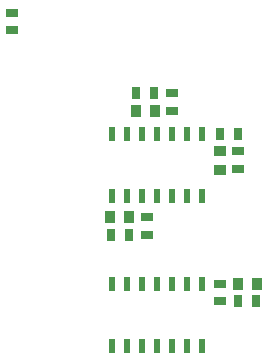
<source format=gbr>
G04*
G04 #@! TF.GenerationSoftware,Altium Limited,Altium Designer,24.10.1 (45)*
G04*
G04 Layer_Color=128*
%FSLAX44Y44*%
%MOMM*%
G71*
G04*
G04 #@! TF.SameCoordinates,13406729-6A9E-4D45-95CC-4102649AE279*
G04*
G04*
G04 #@! TF.FilePolarity,Positive*
G04*
G01*
G75*
%ADD15R,0.7500X1.0000*%
%ADD17R,0.9500X1.0000*%
%ADD18R,1.0000X0.9500*%
%ADD19R,1.0000X0.7500*%
%ADD48R,0.5800X1.1800*%
D15*
X157360Y374500D02*
D03*
X142360D02*
D03*
X228720Y198100D02*
D03*
X243720Y198100D02*
D03*
X213480Y340100D02*
D03*
X228480D02*
D03*
X135770Y254500D02*
D03*
X120770D02*
D03*
D17*
X157860Y359500D02*
D03*
X141860D02*
D03*
X228220Y213100D02*
D03*
X244220Y213100D02*
D03*
X120270Y269500D02*
D03*
X136270D02*
D03*
D18*
X213480Y309500D02*
D03*
Y325500D02*
D03*
D19*
X37300Y427500D02*
D03*
Y442500D02*
D03*
X172700Y359500D02*
D03*
X172700Y374500D02*
D03*
X213360Y198100D02*
D03*
Y213100D02*
D03*
X228480Y310000D02*
D03*
Y325000D02*
D03*
X151130Y269500D02*
D03*
X151130Y254500D02*
D03*
D48*
X121900Y213100D02*
D03*
X134600D02*
D03*
X147300D02*
D03*
X160000D02*
D03*
X172700D02*
D03*
X185400D02*
D03*
X198100D02*
D03*
X147300Y159900D02*
D03*
X121900D02*
D03*
X134600D02*
D03*
X185400D02*
D03*
X172700D02*
D03*
X160000D02*
D03*
X198100D02*
D03*
Y286900D02*
D03*
X160000Y286900D02*
D03*
X172700Y286900D02*
D03*
X185400D02*
D03*
X134600D02*
D03*
X121900D02*
D03*
X147300D02*
D03*
X198100Y340100D02*
D03*
X185400D02*
D03*
X172700D02*
D03*
X160000D02*
D03*
X147300D02*
D03*
X134600D02*
D03*
X121900D02*
D03*
M02*

</source>
